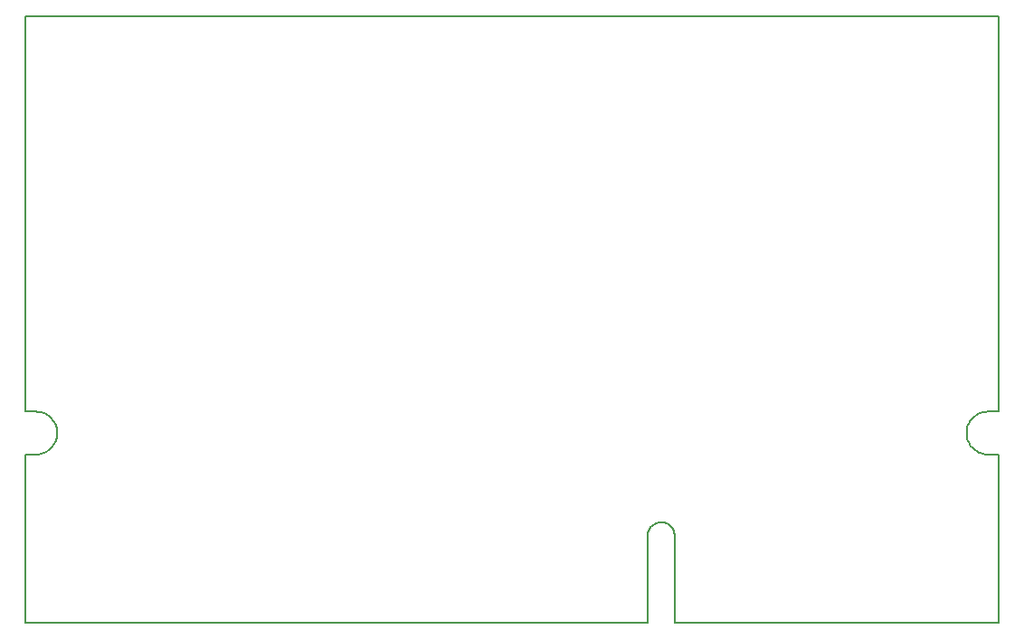
<source format=gko>
%FSTAX23Y23*%
%MOIN*%
%SFA1B1*%

%IPPOS*%
%ADD25C,0.008000*%
%LNseniordesign-1*%
%LPD*%
G54D25*
X04393Y03171D02*
D01*
X04392Y03174*
X04392Y03177*
X04391Y03181*
X04391Y03184*
X04389Y03188*
X04388Y03191*
X04387Y03194*
X04385Y03197*
X04383Y032*
X04381Y03203*
X04378Y03205*
X04376Y03208*
X04373Y0321*
X0437Y03212*
X04368Y03214*
X04364Y03215*
X04361Y03217*
X04358Y03218*
X04355Y03219*
X04351Y0322*
X04348Y0322*
X04344Y0322*
X04341*
X04337Y0322*
X04334Y0322*
X0433Y03219*
X04327Y03218*
X04324Y03217*
X04321Y03215*
X04318Y03214*
X04315Y03212*
X04312Y0321*
X04309Y03208*
X04307Y03205*
X04304Y03203*
X04302Y032*
X043Y03197*
X04298Y03194*
X04297Y03191*
X04296Y03188*
X04294Y03184*
X04294Y03181*
X04293Y03177*
X04293Y03174*
X04293Y03171*
X02039Y03471D02*
D01*
X02044Y03471*
X02049Y03471*
X02055Y03472*
X0206Y03474*
X02066Y03475*
X02071Y03477*
X02076Y0348*
X0208Y03483*
X02085Y03486*
X02089Y03489*
X02093Y03493*
X02097Y03497*
X02101Y03501*
X02104Y03505*
X02107Y0351*
X0211Y03515*
X02112Y0352*
X02114Y03525*
X02115Y0353*
X02116Y03536*
X02117Y03541*
X02117Y03547*
Y03552*
X02117Y03558*
X02116Y03563*
X02115Y03569*
X02114Y03574*
X02112Y03579*
X0211Y03584*
X02107Y03589*
X02104Y03594*
X02101Y03598*
X02097Y03602*
X02093Y03606*
X02089Y0361*
X02085Y03613*
X0208Y03616*
X02076Y03619*
X02071Y03622*
X02066Y03624*
X0206Y03625*
X02055Y03627*
X02049Y03628*
X02044Y03628*
X02039Y03629*
X05547D02*
D01*
X05541Y03628*
X05536Y03628*
X0553Y03627*
X05525Y03625*
X05519Y03624*
X05514Y03622*
X05509Y03619*
X05505Y03616*
X055Y03613*
X05496Y0361*
X05492Y03606*
X05488Y03602*
X05484Y03598*
X05481Y03594*
X05478Y03589*
X05475Y03584*
X05473Y03579*
X05471Y03574*
X0547Y03569*
X05469Y03563*
X05468Y03558*
X05468Y03552*
Y03547*
X05468Y03541*
X05469Y03536*
X0547Y0353*
X05471Y03525*
X05473Y0352*
X05475Y03515*
X05478Y0351*
X05481Y03505*
X05484Y03501*
X05488Y03497*
X05492Y03493*
X05496Y03489*
X055Y03486*
X05505Y03483*
X05509Y0348*
X05514Y03477*
X05519Y03475*
X05525Y03474*
X0553Y03472*
X05536Y03471*
X05541Y03471*
X05547Y03471*
X04393Y0285D02*
Y03171D01*
X04293Y0285D02*
Y03171D01*
X04393Y0285D02*
X05586D01*
X02D02*
X04293D01*
X02Y05087D02*
X05586D01*
Y03629D02*
Y05087D01*
X02Y03629D02*
Y05087D01*
Y0285D02*
Y03471D01*
Y03629D02*
X02039D01*
X02Y03471D02*
X02039D01*
X05547D02*
X05586D01*
X05547Y03629D02*
X05586D01*
Y0285D02*
Y03471D01*
M02*
</source>
